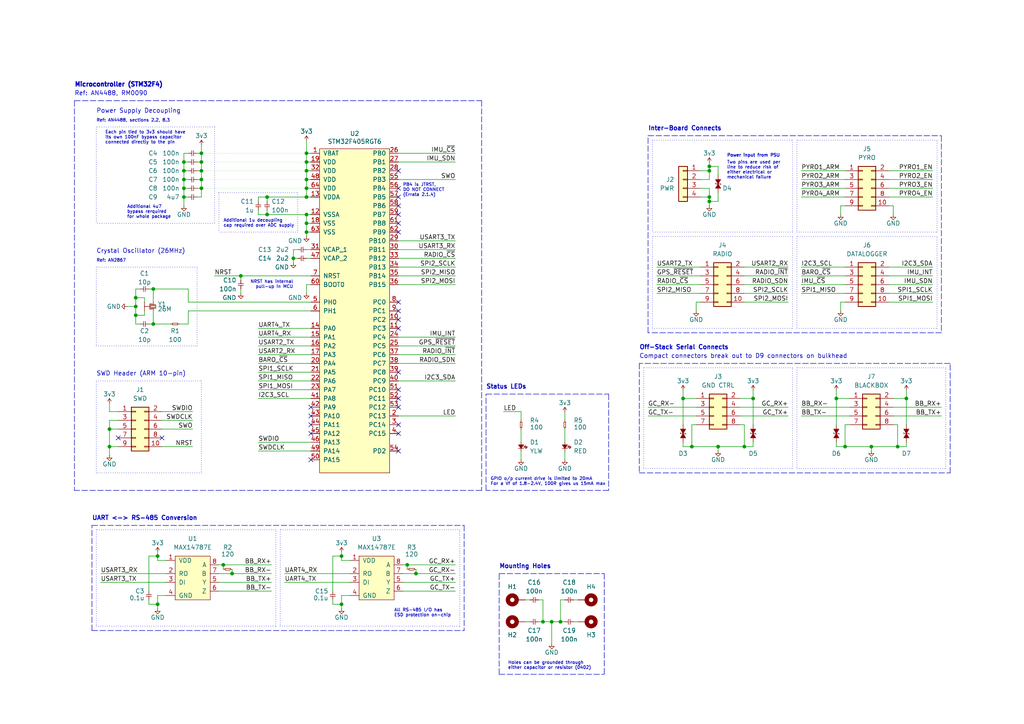
<source format=kicad_sch>
(kicad_sch (version 20211123) (generator eeschema)
  (paper "A4")
  (title_block (title "PROJECT STRIX: MCU board") (date "2022-09-03") (rev "1.3.3") (company "Cambridge University Spaceflight") (comment 1 "Drawn by H. Franks") (comment 3 "Interconnects break off to other peripheral boards from either edge.") (comment 4 "This board contains only the main microcontroller unit (MCU)."))
  (junction (at 39.37 86.36))
  (junction (at 245.11 129.54))
  (junction (at 88.9 44.45))
  (junction (at 208.28 129.54))
  (junction (at 31.75 124.46))
  (junction (at 205.74 48.26))
  (junction (at 162.56 180.34))
  (junction (at 53.34 57.15))
  (junction (at 58.42 49.53))
  (junction (at 120.65 166.37))
  (junction (at 77.47 57.15))
  (junction (at 45.72 161.29))
  (junction (at 99.06 161.29))
  (junction (at 260.35 129.54))
  (junction (at 44.45 83.82))
  (junction (at 53.34 46.99))
  (junction (at 85.09 74.93))
  (junction (at 45.72 175.26))
  (junction (at 77.47 62.23))
  (junction (at 58.42 44.45))
  (junction (at 198.12 115.57))
  (junction (at 88.9 52.07))
  (junction (at 58.42 52.07))
  (junction (at 218.44 115.57))
  (junction (at 88.9 54.61))
  (junction (at 69.85 80.01))
  (junction (at 88.9 62.23))
  (junction (at 39.37 91.44))
  (junction (at 64.77 163.83))
  (junction (at 215.9 129.54))
  (junction (at 118.11 163.83))
  (junction (at 99.06 175.26))
  (junction (at 262.89 115.57))
  (junction (at 53.34 52.07))
  (junction (at 39.37 88.9))
  (junction (at 205.74 57.15))
  (junction (at 242.57 115.57))
  (junction (at 88.9 64.77))
  (junction (at 88.9 57.15))
  (junction (at 88.9 67.31))
  (junction (at 205.74 49.53))
  (junction (at 200.66 129.54))
  (junction (at 53.34 49.53))
  (junction (at 88.9 46.99))
  (junction (at 205.74 58.42))
  (junction (at 160.02 180.34))
  (junction (at 58.42 46.99))
  (junction (at 53.34 54.61))
  (junction (at 252.73 129.54))
  (junction (at 67.31 166.37))
  (junction (at 58.42 54.61))
  (junction (at 44.45 93.98))
  (junction (at 31.75 129.54))
  (junction (at 157.48 180.34))
  (junction (at 88.9 49.53))
  (no_connect (at 115.57 107.95))
  (no_connect (at 115.57 130.81))
  (no_connect (at 115.57 54.61))
  (no_connect (at 115.57 87.63))
  (no_connect (at 115.57 49.53))
  (no_connect (at 115.57 90.17))
  (no_connect (at 115.57 118.11))
  (no_connect (at 115.57 115.57))
  (no_connect (at 115.57 113.03))
  (no_connect (at 90.17 133.35))
  (no_connect (at 115.57 67.31))
  (no_connect (at 115.57 57.15))
  (no_connect (at 34.29 127))
  (no_connect (at 115.57 123.19))
  (no_connect (at 115.57 125.73))
  (no_connect (at 115.57 95.25))
  (no_connect (at 115.57 92.71))
  (no_connect (at 90.17 120.65))
  (no_connect (at 46.99 127))
  (no_connect (at 115.57 62.23))
  (no_connect (at 115.57 59.69))
  (no_connect (at 115.57 64.77))
  (no_connect (at 90.17 118.11))
  (no_connect (at 90.17 123.19))
  (no_connect (at 90.17 125.73))
  (wire (pts (xy 120.65 166.37) (xy 132.08 166.37)))
  (wire (pts (xy 245.11 123.19) (xy 245.11 129.54)))
  (wire (pts (xy 52.07 93.98) (xy 54.61 93.98)))
  (wire (pts (xy 34.29 119.38) (xy 31.75 119.38)))
  (polyline (pts (xy 21.59 29.21) (xy 139.7 29.21)))
  (polyline (pts (xy 58.42 54.61) (xy 88.9 54.61)) (stroke (width 0.1) (type dot) (color 0 194 0 1)))
  (wire (pts (xy 151.13 130.81) (xy 151.13 133.35)))
  (wire (pts (xy 260.35 123.19) (xy 260.35 129.54)))
  (wire (pts (xy 85.09 74.93) (xy 85.09 76.2)))
  (wire (pts (xy 198.12 129.54) (xy 200.66 129.54)))
  (wire (pts (xy 53.34 46.99) (xy 54.61 46.99)))
  (wire (pts (xy 53.34 57.15) (xy 53.34 59.69)))
  (polyline (pts (xy 62.23 64.77) (xy 27.94 64.77)) (stroke (width 0) (type dot)))
  (wire (pts (xy 77.47 62.23) (xy 88.9 62.23)))
  (polyline (pts (xy 231.14 67.31) (xy 271.78 67.31)) (stroke (width 0) (type dot)))
  (wire (pts (xy 88.9 64.77) (xy 88.9 67.31)))
  (wire (pts (xy 48.26 168.91) (xy 29.2101 168.9101)))
  (polyline (pts (xy 186.69 106.68) (xy 186.69 135.89)) (stroke (width 0) (type dot)))
  (polyline (pts (xy 63.5 55.88) (xy 86.36 55.88)) (stroke (width 0) (type dot)))
  (wire (pts (xy 156.21 180.34) (xy 157.48 180.34)))
  (polyline (pts (xy 176.53 114.3) (xy 176.53 142.24)))
  (polyline (pts (xy 62.23 36.83) (xy 27.94 36.83)) (stroke (width 0) (type dot)))
  (wire (pts (xy 215.9 123.19) (xy 215.9 129.54)))
  (wire (pts (xy 190.5 85.09) (xy 203.2 85.09)))
  (wire (pts (xy 259.08 120.65) (xy 273.05 120.65)))
  (wire (pts (xy 146.05 119.38) (xy 151.13 119.38)))
  (wire (pts (xy 67.31 166.37) (xy 78.74 166.37)))
  (wire (pts (xy 257.81 54.61) (xy 270.51 54.61)))
  (wire (pts (xy 115.57 120.65) (xy 132.08 120.65)))
  (wire (pts (xy 34.29 121.92) (xy 31.75 121.92)))
  (wire (pts (xy 43.18 93.98) (xy 44.45 93.98)))
  (polyline (pts (xy 58.42 52.07) (xy 88.9 52.07)) (stroke (width 0.1) (type dot) (color 0 194 0 1)))
  (wire (pts (xy 257.81 77.47) (xy 270.51 77.47)))
  (wire (pts (xy 63.5 171.45) (xy 78.74 171.45)))
  (wire (pts (xy 205.74 57.15) (xy 205.74 58.42)))
  (wire (pts (xy 41.91 86.36) (xy 39.37 86.36)))
  (polyline (pts (xy 271.78 95.25) (xy 271.78 68.58)) (stroke (width 0) (type dot)))
  (wire (pts (xy 64.77 163.83) (xy 64.77 165.1)))
  (wire (pts (xy 88.9 62.23) (xy 88.9 64.77)))
  (wire (pts (xy 53.34 54.61) (xy 53.34 52.07)))
  (polyline (pts (xy 229.87 135.89) (xy 229.87 106.68)) (stroke (width 0) (type dot)))
  (wire (pts (xy 118.11 163.83) (xy 132.08 163.83)))
  (wire (pts (xy 88.9 72.39) (xy 90.17 72.39)))
  (wire (pts (xy 88.9 44.45) (xy 88.9 46.99)))
  (wire (pts (xy 232.41 57.15) (xy 245.11 57.15)))
  (polyline (pts (xy 231.14 95.25) (xy 271.78 95.25)) (stroke (width 0) (type dot)))
  (wire (pts (xy 82.5501 166.3701) (xy 101.6 166.37)))
  (wire (pts (xy 243.84 59.69) (xy 245.11 59.69)))
  (wire (pts (xy 198.12 113.03) (xy 198.12 115.57)))
  (wire (pts (xy 88.9 52.07) (xy 90.17 52.07)))
  (wire (pts (xy 58.42 54.61) (xy 58.42 57.15)))
  (wire (pts (xy 57.15 57.15) (xy 58.42 57.15)))
  (wire (pts (xy 162.56 173.99) (xy 163.83 173.99)))
  (wire (pts (xy 45.72 172.72) (xy 45.72 175.26)))
  (wire (pts (xy 208.28 129.54) (xy 208.28 130.81)))
  (polyline (pts (xy 26.67 182.88) (xy 26.67 152.4)))
  (wire (pts (xy 232.41 80.01) (xy 245.11 80.01)))
  (wire (pts (xy 205.74 58.42) (xy 205.74 59.69)))
  (polyline (pts (xy 26.67 182.88) (xy 134.62 182.88)))
  (wire (pts (xy 262.89 128.27) (xy 262.89 129.54)))
  (wire (pts (xy 85.09 72.39) (xy 86.36 72.39)))
  (wire (pts (xy 215.9 129.54) (xy 218.44 129.54)))
  (wire (pts (xy 243.84 62.23) (xy 243.84 59.69)))
  (wire (pts (xy 57.15 52.07) (xy 58.42 52.07)))
  (wire (pts (xy 53.34 49.53) (xy 54.61 49.53)))
  (wire (pts (xy 166.37 173.99) (xy 167.64 173.99)))
  (polyline (pts (xy 27.94 181.61) (xy 80.01 181.61)) (stroke (width 0) (type dot)))
  (polyline (pts (xy 58.42 137.16) (xy 27.94 137.16)) (stroke (width 0) (type dot)))
  (wire (pts (xy 214.63 118.11) (xy 228.6 118.11)))
  (wire (pts (xy 58.42 46.99) (xy 58.42 49.53)))
  (wire (pts (xy 74.93 128.27) (xy 90.17 128.27)))
  (wire (pts (xy 57.15 49.53) (xy 58.42 49.53)))
  (wire (pts (xy 115.57 52.07) (xy 132.08 52.07)))
  (wire (pts (xy 39.37 83.82) (xy 40.64 83.82)))
  (wire (pts (xy 88.9 82.55) (xy 90.17 82.55)))
  (wire (pts (xy 57.15 44.45) (xy 58.42 44.45)))
  (wire (pts (xy 46.99 121.92) (xy 55.88 121.92)))
  (polyline (pts (xy 63.5 55.88) (xy 63.5 67.31)) (stroke (width 0) (type dot)))
  (wire (pts (xy 74.93 97.79) (xy 90.17 97.79)))
  (polyline (pts (xy 175.26 166.37) (xy 175.26 195.58)))
  (wire (pts (xy 262.89 113.03) (xy 262.89 115.57)))
  (wire (pts (xy 74.93 57.15) (xy 74.93 58.42)))
  (wire (pts (xy 90.17 105.41) (xy 74.93 105.41)))
  (wire (pts (xy 29.2101 166.3701) (xy 48.26 166.37)))
  (polyline (pts (xy 81.28 181.61) (xy 133.35 181.61)) (stroke (width 0) (type dot)))
  (wire (pts (xy 115.57 46.99) (xy 132.08 46.99)))
  (polyline (pts (xy 21.59 29.21) (xy 21.59 142.24)))
  (wire (pts (xy 132.08 100.33) (xy 115.57 100.33)))
  (wire (pts (xy 96.52 175.26) (xy 99.06 175.26)))
  (wire (pts (xy 34.29 129.54) (xy 31.75 129.54)))
  (wire (pts (xy 270.51 82.55) (xy 257.81 82.55)))
  (polyline (pts (xy 273.05 96.52) (xy 187.96 96.52)))
  (wire (pts (xy 162.56 180.34) (xy 163.83 180.34)))
  (polyline (pts (xy 144.78 195.58) (xy 144.78 166.37)))
  (wire (pts (xy 88.9 46.99) (xy 88.9 49.53)))
  (wire (pts (xy 99.06 176.53) (xy 99.06 175.26)))
  (wire (pts (xy 257.81 85.09) (xy 270.51 85.09)))
  (wire (pts (xy 218.44 115.57) (xy 218.44 123.19)))
  (wire (pts (xy 63.5 163.83) (xy 64.77 163.83)))
  (polyline (pts (xy 273.05 39.37) (xy 273.05 96.52)))
  (wire (pts (xy 228.6 85.09) (xy 215.9 85.09)))
  (polyline (pts (xy 229.87 106.68) (xy 186.69 106.68)) (stroke (width 0) (type dot)))
  (wire (pts (xy 99.06 161.29) (xy 99.06 160.02)))
  (wire (pts (xy 64.77 163.83) (xy 78.74 163.83)))
  (wire (pts (xy 115.57 82.55) (xy 132.08 82.55)))
  (wire (pts (xy 116.84 171.45) (xy 132.08 171.45)))
  (polyline (pts (xy 134.62 152.4) (xy 134.62 182.88)))
  (wire (pts (xy 262.89 115.57) (xy 262.89 123.19)))
  (wire (pts (xy 39.37 93.98) (xy 40.64 93.98)))
  (wire (pts (xy 41.91 86.36) (xy 41.91 87.63)))
  (wire (pts (xy 39.37 91.44) (xy 41.91 91.44)))
  (wire (pts (xy 74.93 107.95) (xy 90.17 107.95)))
  (polyline (pts (xy 229.87 68.58) (xy 189.23 68.58)) (stroke (width 0) (type dot)))
  (wire (pts (xy 115.57 102.87) (xy 132.08 102.87)))
  (wire (pts (xy 88.9 67.31) (xy 88.9 68.58)))
  (wire (pts (xy 53.34 52.07) (xy 54.61 52.07)))
  (polyline (pts (xy 58.42 46.99) (xy 88.9 46.99)) (stroke (width 0.1) (type dot) (color 0 194 0 1)))
  (wire (pts (xy 115.57 110.49) (xy 132.08 110.49)))
  (polyline (pts (xy 271.78 68.58) (xy 231.14 68.58)) (stroke (width 0) (type dot)))
  (polyline (pts (xy 27.94 137.16) (xy 27.94 110.49)) (stroke (width 0) (type dot)))
  (wire (pts (xy 54.61 90.17) (xy 90.17 90.17)))
  (wire (pts (xy 151.13 119.38) (xy 151.13 121.92)))
  (wire (pts (xy 85.09 74.93) (xy 85.09 72.39)))
  (wire (pts (xy 260.35 129.54) (xy 262.89 129.54)))
  (wire (pts (xy 198.12 123.19) (xy 198.12 115.57)))
  (wire (pts (xy 74.93 110.49) (xy 90.17 110.49)))
  (wire (pts (xy 187.96 118.11) (xy 201.93 118.11)))
  (polyline (pts (xy 186.69 135.89) (xy 229.87 135.89)) (stroke (width 0) (type dot)))
  (wire (pts (xy 156.21 173.99) (xy 157.48 173.99)))
  (wire (pts (xy 245.11 85.09) (xy 232.41 85.09)))
  (wire (pts (xy 205.74 57.15) (xy 203.2 57.15)))
  (wire (pts (xy 48.26 162.56) (xy 45.72 162.56)))
  (wire (pts (xy 151.13 124.46) (xy 151.13 128.27)))
  (polyline (pts (xy 27.94 36.83) (xy 27.94 64.77)) (stroke (width 0) (type dot)))
  (polyline (pts (xy 57.15 100.33) (xy 57.15 77.47)) (stroke (width 0) (type dot)))
  (wire (pts (xy 259.08 62.23) (xy 259.08 59.69)))
  (wire (pts (xy 53.34 54.61) (xy 54.61 54.61)))
  (wire (pts (xy 208.28 58.42) (xy 205.74 58.42)))
  (polyline (pts (xy 185.42 137.16) (xy 275.59 137.16)))
  (wire (pts (xy 232.41 118.11) (xy 246.38 118.11)))
  (wire (pts (xy 132.08 44.45) (xy 115.57 44.45)))
  (wire (pts (xy 41.91 91.44) (xy 41.91 90.17)))
  (wire (pts (xy 257.81 57.15) (xy 270.51 57.15)))
  (polyline (pts (xy 27.94 110.49) (xy 58.42 110.49)) (stroke (width 0) (type dot)))
  (wire (pts (xy 88.9 40.64) (xy 88.9 44.45)))
  (wire (pts (xy 69.85 80.01) (xy 90.17 80.01)))
  (wire (pts (xy 203.2 54.61) (xy 205.74 54.61)))
  (wire (pts (xy 74.93 113.03) (xy 90.17 113.03)))
  (wire (pts (xy 69.85 83.82) (xy 69.85 85.09)))
  (wire (pts (xy 132.08 105.41) (xy 115.57 105.41)))
  (wire (pts (xy 58.42 49.53) (xy 58.42 52.07)))
  (wire (pts (xy 208.28 50.8) (xy 208.28 48.26)))
  (polyline (pts (xy 231.14 40.64) (xy 231.14 67.31)) (stroke (width 0) (type dot)))
  (wire (pts (xy 88.9 44.45) (xy 90.17 44.45)))
  (wire (pts (xy 208.28 129.54) (xy 215.9 129.54)))
  (wire (pts (xy 54.61 87.63) (xy 90.17 87.63)))
  (wire (pts (xy 43.18 161.29) (xy 45.72 161.29)))
  (wire (pts (xy 53.34 52.07) (xy 53.34 49.53)))
  (wire (pts (xy 77.47 60.96) (xy 77.47 62.23)))
  (wire (pts (xy 53.34 57.15) (xy 54.61 57.15)))
  (wire (pts (xy 120.65 165.1) (xy 120.65 166.37)))
  (wire (pts (xy 208.28 48.26) (xy 205.74 48.26)))
  (wire (pts (xy 259.08 123.19) (xy 260.35 123.19)))
  (wire (pts (xy 190.5 77.47) (xy 203.2 77.47)))
  (polyline (pts (xy 62.23 36.83) (xy 62.23 64.77)) (stroke (width 0) (type dot)))
  (wire (pts (xy 58.42 44.45) (xy 58.42 46.99)))
  (wire (pts (xy 118.11 163.83) (xy 118.11 165.1)))
  (polyline (pts (xy 275.59 137.16) (xy 275.59 105.41)))
  (wire (pts (xy 90.17 100.33) (xy 74.93 100.33)))
  (wire (pts (xy 259.08 59.69) (xy 257.81 59.69)))
  (wire (pts (xy 74.93 115.57) (xy 90.17 115.57)))
  (wire (pts (xy 39.37 88.9) (xy 39.37 91.44)))
  (polyline (pts (xy 133.35 181.61) (xy 133.35 153.67)) (stroke (width 0) (type dot)))
  (wire (pts (xy 96.52 171.45) (xy 96.52 161.29)))
  (polyline (pts (xy 27.94 100.33) (xy 57.15 100.33)) (stroke (width 0) (type dot)))
  (wire (pts (xy 157.48 173.99) (xy 157.48 180.34)))
  (wire (pts (xy 232.41 120.65) (xy 246.38 120.65)))
  (wire (pts (xy 242.57 128.27) (xy 242.57 129.54)))
  (wire (pts (xy 200.66 129.54) (xy 208.28 129.54)))
  (polyline (pts (xy 140.97 114.3) (xy 176.53 114.3)))
  (wire (pts (xy 101.6 162.56) (xy 99.06 162.56)))
  (polyline (pts (xy 86.36 55.88) (xy 86.36 67.31)) (stroke (width 0) (type dot)))
  (polyline (pts (xy 58.42 49.53) (xy 88.9 49.53)) (stroke (width 0.1) (type dot) (color 0 194 0 1)))
  (wire (pts (xy 163.83 124.46) (xy 163.83 128.27)))
  (wire (pts (xy 46.99 129.54) (xy 55.88 129.54)))
  (wire (pts (xy 198.12 115.57) (xy 201.93 115.57)))
  (polyline (pts (xy 140.97 142.24) (xy 140.97 114.3)))
  (wire (pts (xy 88.9 52.07) (xy 88.9 54.61)))
  (polyline (pts (xy 274.32 135.89) (xy 274.32 106.68)) (stroke (width 0) (type dot)))
  (wire (pts (xy 214.63 115.57) (xy 218.44 115.57)))
  (wire (pts (xy 214.63 123.19) (xy 215.9 123.19)))
  (wire (pts (xy 57.15 46.99) (xy 58.42 46.99)))
  (wire (pts (xy 43.18 173.99) (xy 43.18 175.26)))
  (polyline (pts (xy 26.67 152.4) (xy 134.62 152.4)))
  (polyline (pts (xy 271.78 67.31) (xy 271.78 40.64)) (stroke (width 0) (type dot)))
  (wire (pts (xy 163.83 130.81) (xy 163.83 133.35)))
  (wire (pts (xy 99.06 172.72) (xy 101.6 172.72)))
  (wire (pts (xy 31.75 124.46) (xy 31.75 129.54)))
  (wire (pts (xy 57.15 54.61) (xy 58.42 54.61)))
  (wire (pts (xy 54.61 93.98) (xy 54.61 90.17)))
  (wire (pts (xy 44.45 93.98) (xy 49.53 93.98)))
  (polyline (pts (xy 57.15 77.47) (xy 27.94 77.47)) (stroke (width 0) (type dot)))
  (wire (pts (xy 218.44 113.03) (xy 218.44 115.57)))
  (wire (pts (xy 45.72 161.29) (xy 45.72 160.02)))
  (wire (pts (xy 205.74 49.53) (xy 203.2 49.53)))
  (wire (pts (xy 152.4 180.34) (xy 153.67 180.34)))
  (wire (pts (xy 39.37 91.44) (xy 39.37 93.98)))
  (polyline (pts (xy 231.14 68.58) (xy 231.14 95.25)) (stroke (width 0) (type dot)))
  (wire (pts (xy 77.47 57.15) (xy 88.9 57.15)))
  (polyline (pts (xy 229.87 67.31) (xy 189.23 67.31)) (stroke (width 0) (type dot)))
  (wire (pts (xy 36.83 88.9) (xy 39.37 88.9)))
  (wire (pts (xy 44.45 83.82) (xy 54.61 83.82)))
  (wire (pts (xy 160.02 180.34) (xy 162.56 180.34)))
  (wire (pts (xy 74.93 102.87) (xy 90.17 102.87)))
  (wire (pts (xy 243.84 87.63) (xy 245.11 87.63)))
  (wire (pts (xy 62.23 80.01) (xy 69.85 80.01)))
  (wire (pts (xy 157.48 180.34) (xy 160.02 180.34)))
  (polyline (pts (xy 144.78 195.58) (xy 175.26 195.58)))
  (wire (pts (xy 203.2 52.07) (xy 205.74 52.07)))
  (wire (pts (xy 46.99 124.46) (xy 55.88 124.46)))
  (wire (pts (xy 88.9 49.53) (xy 88.9 52.07)))
  (wire (pts (xy 88.9 74.93) (xy 90.17 74.93)))
  (wire (pts (xy 201.93 87.63) (xy 203.2 87.63)))
  (wire (pts (xy 162.56 173.99) (xy 162.56 180.34)))
  (wire (pts (xy 245.11 129.54) (xy 252.73 129.54)))
  (wire (pts (xy 67.31 165.1) (xy 67.31 166.37)))
  (wire (pts (xy 243.84 87.63) (xy 243.84 90.17)))
  (polyline (pts (xy 185.42 105.41) (xy 185.42 137.16)))
  (wire (pts (xy 218.44 128.27) (xy 218.44 129.54)))
  (wire (pts (xy 31.75 124.46) (xy 34.29 124.46)))
  (polyline (pts (xy 176.53 142.24) (xy 140.97 142.24)))
  (polyline (pts (xy 189.23 95.25) (xy 229.87 95.25)) (stroke (width 0) (type dot)))
  (wire (pts (xy 58.42 52.07) (xy 58.42 54.61)))
  (wire (pts (xy 187.96 120.65) (xy 201.93 120.65)))
  (wire (pts (xy 88.9 54.61) (xy 90.17 54.61)))
  (wire (pts (xy 46.99 119.38) (xy 55.88 119.38)))
  (polyline (pts (xy 139.7 142.24) (xy 21.59 142.24)))
  (polyline (pts (xy 27.94 153.67) (xy 27.94 181.61)) (stroke (width 0) (type dot)))
  (wire (pts (xy 198.12 128.27) (xy 198.12 129.54)))
  (wire (pts (xy 116.84 166.37) (xy 120.65 166.37)))
  (wire (pts (xy 96.52 161.29) (xy 99.06 161.29)))
  (wire (pts (xy 228.6 87.63) (xy 215.9 87.63)))
  (wire (pts (xy 246.38 123.19) (xy 245.11 123.19)))
  (polyline (pts (xy 189.23 40.64) (xy 189.23 67.31)) (stroke (width 0) (type dot)))
  (polyline (pts (xy 271.78 40.64) (xy 231.14 40.64)) (stroke (width 0) (type dot)))
  (wire (pts (xy 45.72 161.29) (xy 45.72 162.56)))
  (wire (pts (xy 90.17 64.77) (xy 88.9 64.77)))
  (polyline (pts (xy 229.87 40.64) (xy 229.87 67.31)) (stroke (width 0) (type dot)))
  (polyline (pts (xy 80.01 153.67) (xy 27.94 153.67)) (stroke (width 0) (type dot)))
  (wire (pts (xy 31.75 121.92) (xy 31.75 124.46)))
  (wire (pts (xy 99.06 162.56) (xy 99.06 161.29)))
  (wire (pts (xy 190.5 82.55) (xy 203.2 82.55)))
  (polyline (pts (xy 58.42 44.45) (xy 88.9 44.45)) (stroke (width 0.1) (type dot) (color 0 194 0 1)))
  (wire (pts (xy 257.81 87.63) (xy 270.51 87.63)))
  (wire (pts (xy 201.93 123.19) (xy 200.66 123.19)))
  (polyline (pts (xy 139.7 29.21) (xy 139.7 142.24)))
  (polyline (pts (xy 274.32 106.68) (xy 231.14 106.68)) (stroke (width 0) (type dot)))
  (wire (pts (xy 53.34 57.15) (xy 53.34 54.61)))
  (polyline (pts (xy 187.96 96.52) (xy 187.96 39.37)))
  (wire (pts (xy 228.6 77.47) (xy 215.9 77.47)))
  (wire (pts (xy 152.4 173.99) (xy 153.67 173.99)))
  (wire (pts (xy 90.17 95.25) (xy 74.93 95.25)))
  (polyline (pts (xy 86.36 67.31) (xy 63.5 67.31)) (stroke (width 0) (type dot)))
  (wire (pts (xy 74.93 130.81) (xy 90.17 130.81)))
  (wire (pts (xy 63.5 166.37) (xy 67.31 166.37)))
  (wire (pts (xy 232.41 82.55) (xy 245.11 82.55)))
  (polyline (pts (xy 275.59 105.41) (xy 185.42 105.41)))
  (wire (pts (xy 53.34 44.45) (xy 54.61 44.45)))
  (wire (pts (xy 77.47 57.15) (xy 77.47 58.42)))
  (polyline (pts (xy 189.23 68.58) (xy 189.23 95.25)) (stroke (width 0) (type dot)))
  (wire (pts (xy 232.41 54.61) (xy 245.11 54.61)))
  (wire (pts (xy 115.57 80.01) (xy 132.08 80.01)))
  (wire (pts (xy 44.45 90.17) (xy 44.45 93.98)))
  (wire (pts (xy 88.9 46.99) (xy 90.17 46.99)))
  (wire (pts (xy 242.57 123.19) (xy 242.57 115.57)))
  (wire (pts (xy 88.9 54.61) (xy 88.9 57.15)))
  (wire (pts (xy 115.57 77.47) (xy 132.08 77.47)))
  (wire (pts (xy 270.51 80.01) (xy 257.81 80.01)))
  (wire (pts (xy 101.6 168.91) (xy 82.5501 168.9101)))
  (wire (pts (xy 200.66 123.19) (xy 200.66 129.54)))
  (polyline (pts (xy 229.87 95.25) (xy 229.87 68.58)) (stroke (width 0) (type dot)))
  (wire (pts (xy 190.5 80.01) (xy 203.2 80.01)))
  (wire (pts (xy 44.45 83.82) (xy 44.45 87.63)))
  (wire (pts (xy 88.9 49.53) (xy 90.17 49.53)))
  (wire (pts (xy 90.17 67.31) (xy 88.9 67.31)))
  (wire (pts (xy 45.72 175.26) (xy 45.72 176.53)))
  (wire (pts (xy 99.06 172.72) (xy 99.06 175.26)))
  (wire (pts (xy 39.37 83.82) (xy 39.37 86.36)))
  (wire (pts (xy 160.02 186.69) (xy 160.02 180.34)))
  (wire (pts (xy 232.41 52.07) (xy 245.11 52.07)))
  (wire (pts (xy 232.41 49.53) (xy 245.11 49.53)))
  (wire (pts (xy 228.6 82.55) (xy 215.9 82.55)))
  (wire (pts (xy 31.75 116.84) (xy 31.75 119.38)))
  (wire (pts (xy 205.74 54.61) (xy 205.74 57.15)))
  (wire (pts (xy 88.9 82.55) (xy 88.9 85.09)))
  (wire (pts (xy 45.72 172.72) (xy 48.26 172.72)))
  (wire (pts (xy 205.74 48.26) (xy 205.74 49.53)))
  (wire (pts (xy 63.5 168.91) (xy 78.74 168.91)))
  (polyline (pts (xy 144.78 166.37) (xy 175.26 166.37)))
  (wire (pts (xy 214.63 120.65) (xy 228.6 120.65)))
  (polyline (pts (xy 27.94 77.47) (xy 27.94 100.33)) (stroke (width 0) (type dot)))
  (polyline (pts (xy 231.14 106.68) (xy 231.14 135.89)) (stroke (width 0) (type dot)))
  (wire (pts (xy 115.57 97.79) (xy 132.08 97.79)))
  (wire (pts (xy 53.34 46.99) (xy 53.34 44.45)))
  (wire (pts (xy 252.73 129.54) (xy 260.35 129.54)))
  (wire (pts (xy 242.57 115.57) (xy 246.38 115.57)))
  (wire (pts (xy 116.84 168.91) (xy 132.08 168.91)))
  (wire (pts (xy 242.57 113.03) (xy 242.57 115.57)))
  (wire (pts (xy 88.9 57.15) (xy 90.17 57.15)))
  (wire (pts (xy 69.85 80.01) (xy 69.85 81.28)))
  (wire (pts (xy 228.6 80.01) (xy 215.9 80.01)))
  (wire (pts (xy 257.81 49.53) (xy 270.51 49.53)))
  (wire (pts (xy 53.34 49.53) (xy 53.34 46.99)))
  (wire (pts (xy 86.36 74.93) (xy 85.09 74.93)))
  (wire (pts (xy 74.93 62.23) (xy 77.47 62.23)))
  (wire (pts (xy 43.18 83.82) (xy 44.45 83.82)))
  (wire (pts (xy 115.57 69.85) (xy 132.08 69.85)))
  (wire (pts (xy 43.18 175.26) (xy 45.72 175.26)))
  (wire (pts (xy 115.57 72.39) (xy 132.08 72.39)))
  (wire (pts (xy 208.28 55.88) (xy 208.28 58.42)))
  (wire (pts (xy 31.75 129.54) (xy 31.75 132.08)))
  (wire (pts (xy 270.51 52.07) (xy 257.81 52.07)))
  (wire (pts (xy 242.57 129.54) (xy 245.11 129.54)))
  (wire (pts (xy 163.83 119.38) (xy 163.83 121.92)))
  (wire (pts (xy 43.18 171.45) (xy 43.18 161.29)))
  (wire (pts (xy 74.93 62.23) (xy 74.93 60.96)))
  (wire (pts (xy 259.08 118.11) (xy 273.05 118.11)))
  (polyline (pts (xy 58.42 110.49) (xy 58.42 137.16)) (stroke (width 0) (type dot)))
  (wire (pts (xy 252.73 129.54) (xy 252.73 130.81)))
  (wire (pts (xy 39.37 86.36) (xy 39.37 88.9)))
  (wire (pts (xy 115.57 74.93) (xy 132.08 74.93)))
  (wire (pts (xy 201.93 87.63) (xy 201.93 90.17)))
  (wire (pts (xy 58.42 41.91) (xy 58.42 44.45)))
  (polyline (pts (xy 81.28 153.67) (xy 81.28 181.61)) (stroke (width 0) (type dot)))
  (wire (pts (xy 205.74 49.53) (xy 205.74 52.07)))
  (polyline (pts (xy 133.35 153.67) (xy 81.28 153.67)) (stroke (width 0) (type dot)))
  (polyline (pts (xy 187.96 39.37) (xy 273.05 39.37)))
  (wire (pts (xy 74.93 57.15) (xy 77.47 57.15)))
  (wire (pts (xy 166.37 180.34) (xy 167.64 180.34)))
  (polyline (pts (xy 231.14 135.89) (xy 274.32 135.89)) (stroke (width 0) (type dot)))
  (polyline (pts (xy 80.01 181.61) (xy 80.01 153.67)) (stroke (width 0) (type dot)))
  (wire (pts (xy 54.61 83.82) (xy 54.61 87.63)))
  (wire (pts (xy 116.84 163.83) (xy 118.11 163.83)))
  (wire (pts (xy 205.74 46.99) (xy 205.74 48.26)))
  (wire (pts (xy 259.08 115.57) (xy 262.89 115.57)))
  (polyline (pts (xy 189.23 40.64) (xy 229.87 40.64)) (stroke (width 0) (type dot)))
  (wire (pts (xy 96.52 173.99) (xy 96.52 175.26)))
  (wire (pts (xy 245.11 77.47) (xy 232.41 77.47)))
  (wire (pts (xy 88.9 62.23) (xy 90.17 62.23)))
  (text "Ref: AN4488, sections 2.2, 8.3" (at 27.94 35.56 0) (effects (font (size 0.9 0.9)) (justify left bottom)))
  (text "GPIO o/p current drive is limited to 20mA\nFor a Vf of 1.8-2.4V, 100R gives us 15mA max" (at 142.24 140.97 0) (effects (font (size 0.9 0.9)) (justify left bottom)))
  (text "Holes can be grounded through\neither capacitor or resistor (0402)" (at 147.32 194.31 0) (effects (font (size 0.9 0.9)) (justify left bottom)))
  (text "Ref: AN4488, RM0090" (at 21.59 27.94 0) (effects (font (size 1.27 1.27)) (justify left bottom)))
  (text "Each pin tied to 3v3 should have\nits own 100nF bypass capacitor\nconnected directly to the pin" (at 30.48 41.91 0) (effects (font (size 0.9 0.9)) (justify left bottom)))
  (text "Off-Stack Serial Connects" (at 185.42 101.6 0) (effects (font (size 1.27 1.27) (thickness 0.254) bold) (justify left bottom)))
  (text "SWD Header (ARM 10-pin)" (at 27.94 109.22 0) (effects (font (size 1.27 1.27)) (justify left bottom)))
  (text "Additional 4u7\nbypass rerquired\nfor whole package" (at 36.83 63.5 0) (effects (font (size 0.9 0.9)) (justify left bottom)))
  (text "All RS-485 I/O has\nESD protection on-chip" (at 114.3 179.07 0) (effects (font (size 0.9 0.9)) (justify left bottom)))
  (text "Crystal Oscillator (26MHz)" (at 27.94 73.66 0) (effects (font (size 1.27 1.27)) (justify left bottom)))
  (text "Microcontroller (STM32F4)" (at 21.59 25.4 0) (effects (font (size 1.27 1.27) (thickness 0.508) bold) (justify left bottom)))
  (text "Power Supply Decoupling" (at 27.94 33.02 0) (effects (font (size 1.27 1.27)) (justify left bottom)))
  (text "Compact connectors break out to D9 connectors on bulkhead" (at 185.42 104.14 0) (effects (font (size 1.27 1.27)) (justify left bottom)))
  (text "Inter-Board Connects" (at 187.96 38.1 0) (effects (font (size 1.27 1.27) (thickness 0.254) bold) (justify left bottom)))
  (text "Status LEDs" (at 140.97 113.03 0) (effects (font (size 1.27 1.27) (thickness 0.254) bold) (justify left bottom)))
  (text "Mounting Holes" (at 144.78 165.1 0) (effects (font (size 1.27 1.27) (thickness 0.254) bold) (justify left bottom)))
  (text "Two pins are used per\nline to reduce risk of\neither electrical or\nmechanical failure" (at 210.82 52.07 0) (effects (font (size 0.9 0.9)) (justify left bottom)))
  (text "Power input from PSU" (at 210.82 45.72 0) (effects (font (size 0.9 0.9) (thickness 0.18) bold) (justify left bottom)))
  (text "UART <-> RS-485 Conversion" (at 26.67 151.13 0) (effects (font (size 1.27 1.27) (thickness 0.254) bold) (justify left bottom)))
  (text "PB4 is JTRST,\nDO NOT CONNECT\n(Errata 2.1.4)" (at 116.84 57.15 0) (effects (font (size 0.9 0.9)) (justify left bottom)))
  (text "Ref: AN2867" (at 27.94 76.2 0) (effects (font (size 0.9 0.9)) (justify left bottom)))
  (text "Additional 1u decoupling\ncap required over ADC supply" (at 64.77 66.04 0) (effects (font (size 0.9 0.9)) (justify left bottom)))
  (text "NRST has internal\npull-up in MCU" (at 85.09 83.82 180) (effects (font (size 0.9 0.9)) (justify right bottom)))
  (label "RADIO_~{INT}" (at 132.08 102.87 180))
  (label "LED" (at 132.08 120.65 180))
  (label "USART2_RX" (at 74.93 102.87 0))
  (label "PYRO1_EN" (at 270.51 49.53 180))
  (label "NRST" (at 62.23 80.01 0))
  (label "UART4_RX" (at 74.93 97.79 0))
  (label "SWO" (at 132.08 52.07 180))
  (label "IMU_SDN" (at 132.08 46.99 180))
  (label "LED" (at 146.05 119.38 0))
  (label "GC_TX+" (at 228.6 120.65 180))
  (label "PYRO4_ARM" (at 232.41 57.15 0))
  (label "GPS_~{RESET}" (at 132.08 100.33 180))
  (label "GC_RX+" (at 132.08 163.83 180))
  (label "GC_TX+" (at 132.08 168.91 180))
  (label "SPI2_MOSI" (at 228.6 87.63 180))
  (label "SPI2_MISO" (at 132.08 80.01 180))
  (label "BB_RX+" (at 78.74 163.83 180))
  (label "BB_TX-" (at 78.74 171.45 180))
  (label "SPI2_SCLK" (at 132.08 77.47 180))
  (label "PYRO3_EN" (at 270.51 54.61 180))
  (label "IMU_INT" (at 132.08 97.79 180))
  (label "SWDIO" (at 74.93 128.27 0))
  (label "BB_RX+" (at 273.05 118.11 180))
  (label "RADIO_SDN" (at 132.08 105.41 180))
  (label "SPI1_MOSI" (at 270.51 87.63 180))
  (label "UART4_TX" (at 74.93 95.25 0))
  (label "IMU_SDN" (at 270.51 82.55 180))
  (label "USART3_TX" (at 132.08 69.85 180))
  (label "GC_RX-" (at 187.96 118.11 0))
  (label "IMU_INT" (at 270.51 80.01 180))
  (label "SPI1_MISO" (at 74.93 110.49 0))
  (label "USART3_RX" (at 29.2101 166.3701 0))
  (label "PYRO4_EN" (at 270.51 57.15 180))
  (label "GC_RX+" (at 228.6 118.11 180))
  (label "SWDCLK" (at 55.88 121.92 180))
  (label "SWDCLK" (at 74.93 130.81 0))
  (label "GC_TX-" (at 132.08 171.45 180))
  (label "IMU_~{CS}" (at 232.41 82.55 0))
  (label "SPI2_MISO" (at 190.5 85.09 0))
  (label "GC_RX-" (at 132.08 166.37 180))
  (label "SPI1_SCLK" (at 74.93 107.95 0))
  (label "GC_TX-" (at 187.96 120.65 0))
  (label "I2C3_SCL" (at 74.93 115.57 0))
  (label "BB_TX+" (at 78.74 168.91 180))
  (label "SWO" (at 55.88 124.46 180))
  (label "USART2_RX" (at 228.6 77.47 180))
  (label "BB_RX-" (at 78.74 166.37 180))
  (label "RADIO_~{CS}" (at 190.5 82.55 0))
  (label "SPI1_SCLK" (at 270.51 85.09 180))
  (label "USART3_RX" (at 132.08 72.39 180))
  (label "I2C3_SCL" (at 232.41 77.47 0))
  (label "RADIO_SDN" (at 228.6 82.55 180))
  (label "SPI2_SCLK" (at 228.6 85.09 180))
  (label "PYRO2_ARM" (at 232.41 52.07 0))
  (label "RADIO_~{INT}" (at 228.6 80.01 180))
  (label "GPS_~{RESET}" (at 190.5 80.01 0))
  (label "NRST" (at 55.88 129.54 180))
  (label "BB_TX-" (at 232.41 120.65 0))
  (label "PYRO3_ARM" (at 232.41 54.61 0))
  (label "USART2_TX" (at 74.93 100.33 0))
  (label "SPI1_MISO" (at 232.41 85.09 0))
  (label "BB_TX+" (at 273.05 120.65 180))
  (label "PYRO1_ARM" (at 232.41 49.53 0))
  (label "BARO_~{CS}" (at 74.93 105.41 0))
  (label "RADIO_~{CS}" (at 132.08 74.93 180))
  (label "BB_RX-" (at 232.41 118.11 0))
  (label "I2C3_SDA" (at 132.08 110.49 180))
  (label "UART4_RX" (at 82.5501 166.3701 0))
  (label "USART3_TX" (at 29.2101 168.9101 0))
  (label "BARO_~{CS}" (at 232.41 80.01 0))
  (label "USART2_TX" (at 190.5 77.47 0))
  (label "SWDIO" (at 55.88 119.38 180))
  (label "I2C3_SDA" (at 270.51 77.47 180))
  (label "UART4_TX" (at 82.5501 168.9101 0))
  (label "SPI1_MOSI" (at 74.93 113.03 0))
  (label "PYRO2_EN" (at 270.51 52.07 180))
  (label "IMU_~{CS}" (at 132.08 44.45 180))
  (label "SPI2_MOSI" (at 132.08 82.55 180))
  (symbol (lib_id "Strix:GND") (at 243.84 62.23 0) (unit 1)
    (property "Reference" "#PWR026" (effects hide))
    (property "Value" "GND" (at 243.84 64.77 0))
  )
  (symbol (lib_id "Strix:C") (at 54.61 44.45 0) (unit 1)
    (property "Reference" "C4" (at 45.72 44.45 0) (effects (justify right)))
    (property "Value" "100n" (at 52.07 44.45 0) (effects (justify right)))
    (property "Footprint" "Strix:C_0402" (effects hide))
    (property "Farnell" "2496771" (effects hide))
  )
  (symbol (lib_id "Strix:GND") (at 201.93 90.17 0) (unit 1)
    (property "Reference" "#PWR020" (effects hide))
    (property "Value" "GND" (at 201.93 92.71 0))
  )
  (symbol (lib_id "Strix:C") (at 156.21 173.99 180) (unit 1)
    (property "Reference" "C16" (at 154.94 168.91 0))
    (property "Value" "100n" (at 154.94 171.45 0))
    (property "Footprint" "Strix:C_0402" (effects hide))
    (property "Farnell" "2496771" (effects hide))
  )
  (symbol (lib_id "Strix:C") (at 77.47 60.96 270) (mirror x) (unit 1)
    (property "Reference" "C12" (at 78.74 58.42 90) (effects (justify left)))
    (property "Value" "100n" (at 78.74 60.96 90) (effects (justify left)))
    (property "Footprint" "Strix:C_0402" (effects hide))
    (property "Farnell" "2346876" (effects hide))
  )
  (symbol (lib_id "Strix:GND") (at 243.84 90.17 0) (unit 1)
    (property "Reference" "#PWR027" (effects hide))
    (property "Value" "GND" (at 243.84 92.71 0))
  )
  (symbol (lib_id "Strix:D_ESD") (at 262.89 125.73 270) (mirror x) (unit 1)
    (property "Reference" "D7" (at 262.89 130.81 90) (effects (justify bottom)))
    (property "Value" "D_ESD" (effects hide))
    (property "Footprint" "Strix:D_0402" (effects hide))
    (property "Farnell" "2368169" (effects hide))
  )
  (symbol (lib_id "Strix:GND") (at 31.75 132.08 0) (unit 1)
    (property "Reference" "#PWR02" (effects hide))
    (property "Value" "GND" (at 31.75 134.62 0))
  )
  (symbol (lib_id "Strix:Conn_01x04") (at 198.12 52.07 0) (mirror y) (unit 1)
    (property "Reference" "J2" (at 195.58 52.0699 0) (effects (justify left)))
    (property "Value" "PWR" (at 195.58 54.6099 0) (effects (justify left)))
    (property "Footprint" "Strix:Molex_Nano-Fit_105313-1104" (effects hide))
  )
  (symbol (lib_id "Strix:R") (at 64.77 165.1 0) (unit 1)
    (property "Reference" "R2" (at 66.04 158.75 0))
    (property "Value" "120" (at 66.04 160.02 0) (effects (justify top)))
    (property "Footprint" "Strix:R_0402" (effects hide))
    (property "Farnell" "2447103" (effects hide))
  )
  (symbol (lib_id "Strix:R") (at 49.53 93.98 0) (mirror x) (unit 1)
    (property "Reference" "R1" (at 50.8 95.25 0) (effects (justify bottom)))
    (property "Value" "100" (at 50.8 97.79 0) (effects (justify bottom)))
    (property "Footprint" "Strix:R_0402" (effects hide))
    (property "Farnell" "2447095" (effects hide))
  )
  (symbol (lib_id "Strix:3v3") (at 163.83 119.38 0) (unit 1)
    (property "Reference" "#PWR016" (effects hide))
    (property "Value" "3v3" (at 163.83 116.84 0))
  )
  (symbol (lib_id "Strix:LED") (at 163.83 130.81 270) (mirror x) (unit 1)
    (property "Reference" "D2" (at 166.37 128.27 90) (effects (justify left)))
    (property "Value" "RED" (at 166.37 130.81 90) (effects (justify left)))
    (property "Footprint" "Strix:LED_0603" (effects hide))
    (property "Farnell" "3796306" (effects hide))
  )
  (symbol (lib_id "Strix:C") (at 96.52 173.99 270) (mirror x) (unit 1)
    (property "Reference" "C15" (at 95.25 171.45 90) (effects (justify right)))
    (property "Value" "0.1u" (at 95.25 172.72 90) (effects (justify right bottom)))
    (property "Footprint" "Strix:C_0402" (effects hide))
    (property "Farnell" "2346876" (effects hide))
  )
  (symbol (lib_id "Strix:R") (at 151.13 124.46 270) (mirror x) (unit 1)
    (property "Reference" "R4" (at 153.67 121.92 90) (effects (justify left)))
    (property "Value" "100" (at 153.67 123.19 90) (effects (justify left bottom)))
    (property "Footprint" "Strix:R_0402" (effects hide))
    (property "Farnell" "2331443" (effects hide))
  )
  (symbol (lib_id "Strix:C") (at 54.61 54.61 0) (unit 1)
    (property "Reference" "C8" (at 45.72 54.61 0) (effects (justify right)))
    (property "Value" "100n" (at 52.07 54.61 0) (effects (justify right)))
    (property "Footprint" "Strix:C_0402" (effects hide))
    (property "Farnell" "2496771" (effects hide))
  )
  (symbol (lib_id "Strix:GND") (at 88.9 68.58 0) (unit 1)
    (property "Reference" "#PWR011" (effects hide))
    (property "Value" "GND" (at 87.63 69.85 0) (effects (justify right)))
  )
  (symbol (lib_id "Strix:3v3") (at 88.9 40.64 0) (unit 1)
    (property "Reference" "#PWR010" (effects hide))
    (property "Value" "3v3" (at 88.9 38.1 0))
  )
  (symbol (lib_id "Strix:Conn_02x05") (at 250.19 54.61 0) (unit 1)
    (property "Reference" "J5" (at 251.46 43.18 0))
    (property "Value" "PYRO" (at 251.46 45.72 0))
    (property "Footprint" "Strix:Molex_Nano-Fit_105314-1110" (effects hide))
  )
  (symbol (lib_id "Strix:3v3") (at 205.74 46.99 0) (unit 1)
    (property "Reference" "#PWR021" (effects hide))
    (property "Value" "3v3" (at 205.74 44.45 0))
  )
  (symbol (lib_id "Strix:LED") (at 151.13 130.81 270) (mirror x) (unit 1)
    (property "Reference" "D1" (at 153.67 128.27 90) (effects (justify left)))
    (property "Value" "YLW" (at 153.67 130.81 90) (effects (justify left)))
    (property "Footprint" "Strix:LED_0603" (effects hide))
    (property "Farnell" "3796307" (effects hide))
  )
  (symbol (lib_id "Strix:3v3") (at 58.42 41.91 0) (unit 1)
    (property "Reference" "#PWR07" (effects hide))
    (property "Value" "3v3" (at 58.42 39.37 0))
  )
  (symbol (lib_id "Strix:MAX14787E") (at 55.88 167.64 0) (unit 1)
    (property "Reference" "U1" (at 55.88 156.21 0))
    (property "Value" "MAX14787E" (at 55.88 158.75 0))
    (property "Footprint" "Strix:MAX14787E" (effects hide))
    (property "Datasheet" "https://datasheets.maximintegrated.com/en/ds/MAX14784E-MAX14789E.pdf" (effects hide))
    (property "Farnell" "2528531" (effects hide))
  )
  (symbol (lib_id "Strix:GND") (at 53.34 59.69 0) (unit 1)
    (property "Reference" "#PWR06" (effects hide))
    (property "Value" "GND" (at 53.34 62.23 0))
  )
  (symbol (lib_id "Strix:C") (at 166.37 173.99 180) (unit 1)
    (property "Reference" "C18" (at 165.1 168.91 0))
    (property "Value" "100n" (at 165.1 171.45 0))
    (property "Footprint" "Strix:C_0402" (effects hide))
    (property "Farnell" "2496771" (effects hide))
  )
  (symbol (lib_id "Strix:C") (at 69.85 83.82 90) (unit 1)
    (property "Reference" "C10" (at 68.58 81.28 90) (effects (justify left)))
    (property "Value" "100n" (at 68.58 83.82 90) (effects (justify left)))
    (property "Footprint" "Strix:C_0402" (effects hide))
    (property "Farnell" "2496771" (effects hide))
  )
  (symbol (lib_id "Strix:3v3") (at 31.75 116.84 0) (unit 1)
    (property "Reference" "#PWR01" (effects hide))
    (property "Value" "3v3" (at 31.75 114.3 0))
  )
  (symbol (lib_id "Strix:D_ESD") (at 242.57 125.73 270) (mirror x) (unit 1)
    (property "Reference" "D6" (at 242.57 130.81 90) (effects (justify bottom)))
    (property "Value" "D_ESD" (effects hide))
    (property "Footprint" "Strix:D_0402" (effects hide))
    (property "Farnell" "2368169" (effects hide))
  )
  (symbol (lib_id "Strix:C") (at 54.61 57.15 0) (unit 1)
    (property "Reference" "C9" (at 45.72 57.15 0) (effects (justify right)))
    (property "Value" "4u7" (at 52.07 57.15 0) (effects (justify right)))
    (property "Footprint" "Strix:C_0402" (effects hide))
    (property "Farnell" "2496771" (effects hide))
  )
  (symbol (lib_id "Strix:GND") (at 205.74 59.69 0) (unit 1)
    (property "Reference" "#PWR022" (effects hide))
    (property "Value" "GND" (at 205.74 62.23 0))
  )
  (symbol (lib_id "Strix:Conn_02x05") (at 250.19 82.55 0) (unit 1)
    (property "Reference" "J6" (at 251.46 71.12 0))
    (property "Value" "DATALOGGER" (at 251.46 73.66 0))
    (property "Footprint" "Strix:Molex_Nano-Fit_105314-1110" (effects hide))
  )
  (symbol (lib_id "Strix:Xtal") (at 44.45 87.63 270) (unit 1)
    (property "Reference" "Y1" (at 45.72 88.9 90) (effects (justify left bottom)))
    (property "Value" "26M" (at 45.72 88.9 90) (effects (justify left top)))
    (property "Footprint" "Strix:Xtal_SMD_2016" (effects hide))
    (property "Farnell" "2506952" (effects hide))
  )
  (symbol (lib_id "Strix:C") (at 54.61 49.53 0) (unit 1)
    (property "Reference" "C6" (at 45.72 49.53 0) (effects (justify right)))
    (property "Value" "100n" (at 52.07 49.53 0) (effects (justify right)))
    (property "Footprint" "Strix:C_0402" (effects hide))
    (property "Farnell" "2496771" (effects hide))
  )
  (symbol (lib_id "Strix:3v3") (at 198.12 113.03 0) (unit 1)
    (property "Reference" "#PWR019" (effects hide))
    (property "Value" "3v3" (at 198.12 110.49 0))
  )
  (symbol (lib_id "Strix:3v3") (at 45.72 160.02 0) (unit 1)
    (property "Reference" "#PWR04" (effects hide))
    (property "Value" "3v3" (at 45.72 157.48 0))
  )
  (symbol (lib_id "Strix:3v3") (at 99.06 160.02 0) (unit 1)
    (property "Reference" "#PWR013" (effects hide))
    (property "Value" "3v3" (at 99.06 157.48 0))
  )
  (symbol (lib_id "Strix:Conn_02x05") (at 39.37 124.46 0) (unit 1)
    (property "Reference" "J1" (at 40.64 113.03 0))
    (property "Value" "SWD" (at 40.64 115.57 0))
    (property "Footprint" "Strix:Header_SWD" (effects hide))
    (property "Farnell" "2856426" (effects hide))
  )
  (symbol (lib_id "Strix:3v3") (at 218.44 113.03 0) (unit 1)
    (property "Reference" "#PWR024" (effects hide))
    (property "Value" "3v3" (at 218.44 110.49 0))
  )
  (symbol (lib_id "Strix:D_ESD") (at 208.28 53.34 270) (mirror x) (unit 1)
    (property "Reference" "D4" (at 209.55 54.61 90) (effects (justify left)))
    (property "Value" "D_ESD" (effects hide))
    (property "Footprint" "Strix:D_0402" (effects hide))
    (property "Farnell" "2368169" (effects hide))
  )
  (symbol (lib_id "Strix:MountingHole_Pad") (at 170.18 173.99 270) (unit 1)
    (property "Reference" "H4" (at 171.45 170.18 90))
    (property "Value" "MountingHole_Pad" (effects hide))
    (property "Footprint" "Strix:MountingHole_Pad" (effects hide))
  )
  (symbol (lib_id "Strix:C") (at 156.21 180.34 180) (unit 1)
    (property "Reference" "C17" (at 154.94 182.88 0))
    (property "Value" "100n" (at 154.94 185.42 0))
    (property "Footprint" "Strix:C_0402" (effects hide))
    (property "Farnell" "2496771" (effects hide))
  )
  (symbol (lib_id "Strix:GND") (at 151.13 133.35 0) (unit 1)
    (property "Reference" "#PWR015" (effects hide))
    (property "Value" "GND" (at 151.13 135.89 0))
  )
  (symbol (lib_id "Strix:C") (at 54.61 52.07 0) (unit 1)
    (property "Reference" "C7" (at 45.72 52.07 0) (effects (justify right)))
    (property "Value" "100n" (at 52.07 52.07 0) (effects (justify right)))
    (property "Footprint" "Strix:C_0402" (effects hide))
    (property "Farnell" "2496771" (effects hide))
  )
  (symbol (lib_id "Strix:GND") (at 160.02 186.69 0) (unit 1)
    (property "Reference" "#PWR018" (effects hide))
    (property "Value" "GND" (at 160.02 189.23 0))
  )
  (symbol (lib_id "Strix:GND") (at 99.06 176.53 0) (unit 1)
    (property "Reference" "#PWR014" (effects hide))
    (property "Value" "GND" (at 99.06 179.07 0))
  )
  (symbol (lib_id "Strix:C") (at 166.37 180.34 180) (unit 1)
    (property "Reference" "C19" (at 165.1 182.88 0))
    (property "Value" "100n" (at 165.1 185.42 0))
    (property "Footprint" "Strix:C_0402" (effects hide))
    (property "Farnell" "2496771" (effects hide))
  )
  (symbol (lib_id "Strix:GND") (at 252.73 130.81 0) (unit 1)
    (property "Reference" "#PWR028" (effects hide))
    (property "Value" "GND" (at 252.73 133.35 0))
  )
  (symbol (lib_id "Strix:Conn_02x04") (at 207.01 118.11 0) (unit 1)
    (property "Reference" "J3" (at 208.28 109.22 0))
    (property "Value" "GND CTRL" (at 208.28 111.76 0))
    (property "Footprint" "Strix:Molex_Nano-Fit_105314-1108" (effects hide))
    (property "RS" "162-3692" (effects hide))
  )
  (symbol (lib_id "Strix:C") (at 74.93 60.96 90) (unit 1)
    (property "Reference" "C11" (at 73.66 58.42 90) (effects (justify left)))
    (property "Value" "1u" (at 73.66 60.96 90) (effects (justify left)))
    (property "Footprint" "Strix:C_0402" (effects hide))
    (property "Farnell" "2346876" (effects hide))
  )
  (symbol (lib_id "Strix:STM32F405RGT6") (at 102.87 90.17 0) (unit 1)
    (property "Reference" "U2" (at 102.87 38.735 0))
    (property "Value" "STM32F405RGT6" (at 102.87 41.0464 0))
    (property "Footprint" "Strix:STM32F405RGT6" (effects hide))
    (property "Datasheet" "http://www.st.com/st-web-ui/static/active/en/resource/technical/document/datasheet/DM00037051.pdf" (effects hide))
    (property "Farnell" "2064363" (effects hide))
  )
  (symbol (lib_id "Strix:D_ESD") (at 198.12 125.73 270) (mirror x) (unit 1)
    (property "Reference" "D3" (at 198.12 130.81 90) (effects (justify bottom)))
    (property "Value" "D_ESD" (effects hide))
    (property "Footprint" "Strix:D_0402" (effects hide))
    (property "Farnell" "2368169" (effects hide))
  )
  (symbol (lib_id "Strix:GND") (at 259.08 62.23 0) (unit 1)
    (property "Reference" "#PWR029" (effects hide))
    (property "Value" "GND" (at 259.08 64.77 0))
  )
  (symbol (lib_id "Strix:GND") (at 208.28 130.81 0) (unit 1)
    (property "Reference" "#PWR023" (effects hide))
    (property "Value" "GND" (at 208.28 133.35 0))
  )
  (symbol (lib_id "Strix:GND") (at 45.72 176.53 0) (unit 1)
    (property "Reference" "#PWR05" (effects hide))
    (property "Value" "GND" (at 45.72 179.07 0))
  )
  (symbol (lib_id "Strix:C") (at 43.18 173.99 270) (mirror x) (unit 1)
    (property "Reference" "C3" (at 41.91 171.45 90) (effects (justify right)))
    (property "Value" "0.1u" (at 41.91 172.72 90) (effects (justify right bottom)))
    (property "Footprint" "Strix:C_0402" (effects hide))
    (property "Farnell" "2346876" (effects hide))
  )
  (symbol (lib_id "Strix:Conn_02x05") (at 208.28 82.55 0) (unit 1)
    (property "Reference" "J4" (at 209.55 71.12 0))
    (property "Value" "RADIO" (at 209.55 73.66 0))
    (property "Footprint" "Strix:Molex_Nano-Fit_105314-1110" (effects hide))
  )
  (symbol (lib_id "Strix:3v3") (at 262.89 113.03 0) (unit 1)
    (property "Reference" "#PWR030" (effects hide))
    (property "Value" "3v3" (at 262.89 110.49 0))
  )
  (symbol (lib_id "Strix:C") (at 86.36 74.93 0) (mirror x) (unit 1)
    (property "Reference" "C14" (at 78.74 74.93 0) (effects (justify right)))
    (property "Value" "2u2" (at 83.82 74.93 0) (effects (justify right)))
    (property "Footprint" "Strix:C_0402" (effects hide))
    (property "Farnell" "2362088" (effects hide))
  )
  (symbol (lib_id "Strix:MAX14787E") (at 109.22 167.64 0) (unit 1)
    (property "Reference" "U3" (at 109.22 156.21 0))
    (property "Value" "MAX14787E" (at 109.22 158.75 0))
    (property "Footprint" "Strix:MAX14787E" (effects hide))
    (property "Datasheet" "https://datasheets.maximintegrated.com/en/ds/MAX14784E-MAX14789E.pdf" (effects hide))
    (property "Farnell" "2528531" (effects hide))
  )
  (symbol (lib_id "Strix:GND") (at 163.83 133.35 0) (unit 1)
    (property "Reference" "#PWR017" (effects hide))
    (property "Value" "GND" (at 163.83 135.89 0))
  )
  (symbol (lib_id "Strix:Conn_02x04") (at 251.46 118.11 0) (unit 1)
    (property "Reference" "J7" (at 252.73 109.22 0))
    (property "Value" "BLACKBOX" (at 252.73 111.76 0))
    (property "Footprint" "Strix:Molex_Nano-Fit_105314-1108" (effects hide))
    (property "RS" "162-3692" (effects hide))
  )
  (symbol (lib_id "Strix:MountingHole_Pad") (at 170.18 180.34 270) (unit 1)
    (property "Reference" "H3" (at 171.45 184.15 90))
    (property "Value" "MountingHole_Pad" (effects hide))
    (property "Footprint" "Strix:MountingHole_Pad" (effects hide))
  )
  (symbol (lib_id "Strix:MountingHole_Pad") (at 149.86 173.99 90) (unit 1)
    (property "Reference" "H1" (at 148.59 170.18 90))
    (property "Value" "MountingHole_Pad" (effects hide))
    (property "Footprint" "Strix:MountingHole_Pad" (effects hide))
  )
  (symbol (lib_id "Strix:MountingHole_Pad") (at 149.86 180.34 90) (unit 1)
    (property "Reference" "H2" (at 148.59 184.15 90))
    (property "Value" "MountingHole_Pad" (effects hide))
    (property "Footprint" "Strix:MountingHole_Pad" (effects hide))
  )
  (symbol (lib_id "Strix:C") (at 54.61 46.99 0) (unit 1)
    (property "Reference" "C5" (at 45.72 46.99 0) (effects (justify right)))
    (property "Value" "100n" (at 52.07 46.99 0) (effects (justify right)))
    (property "Footprint" "Strix:C_0402" (effects hide))
    (property "Farnell" "2496771" (effects hide))
  )
  (symbol (lib_id "Strix:C") (at 86.36 72.39 0) (mirror x) (unit 1)
    (property "Reference" "C13" (at 78.74 72.39 0) (effects (justify right)))
    (property "Value" "2u2" (at 83.82 72.39 0) (effects (justify right)))
    (property "Footprint" "Strix:C_0402" (effects hide))
    (property "Farnell" "2362088" (effects hide))
  )
  (symbol (lib_id "Strix:C") (at 40.64 93.98 0) (mirror x) (unit 1)
    (property "Reference" "C2" (at 41.91 95.25 0) (effects (justify bottom)))
    (property "Value" "10p" (at 41.91 97.79 0) (effects (justify bottom)))
    (property "Footprint" "Strix:C_0402" (effects hide))
    (property "Farnell" "2494183" (effects hide))
  )
  (symbol (lib_id "Strix:GND") (at 36.83 88.9 270) (unit 1)
    (property "Reference" "#PWR03" (effects hide))
    (property "Value" "GND" (at 33.02 88.9 90))
  )
  (symbol (lib_id "Strix:C") (at 40.64 83.82 0) (unit 1)
    (property "Reference" "C1" (at 41.91 80.01 0) (effects (justify bottom)))
    (property "Value" "10p" (at 41.91 82.55 0) (effects (justify bottom)))
    (property "Footprint" "Strix:C_0402" (effects hide))
    (property "Farnell" "2494183" (effects hide))
  )
  (symbol (lib_id "Strix:3v3") (at 242.57 113.03 0) (unit 1)
    (property "Reference" "#PWR025" (effects hide))
    (property "Value" "3v3" (at 242.57 110.49 0))
  )
  (symbol (lib_id "Strix:R") (at 163.83 124.46 270) (mirror x) (unit 1)
    (property "Reference" "R5" (at 166.37 121.92 90) (effects (justify left)))
    (property "Value" "100" (at 166.37 123.19 90) (effects (justify left bottom)))
    (property "Footprint" "Strix:R_0402" (effects hide))
    (property "Farnell" "2331443" (effects hide))
  )
  (symbol (lib_id "Strix:GND") (at 85.09 76.2 0) (unit 1)
    (property "Reference" "#PWR09" (effects hide))
    (property "Value" "GND" (at 83.82 77.47 0) (effects (justify right)))
  )
  (symbol (lib_id "Strix:GND") (at 69.85 85.09 0) (unit 1)
    (property "Reference" "#PWR08" (effects hide))
    (property "Value" "GND" (at 68.58 86.36 0) (effects (justify right)))
  )
  (symbol (lib_id "Strix:GND") (at 88.9 85.09 0) (unit 1)
    (property "Reference" "#PWR012" (effects hide))
    (property "Value" "GND" (at 87.63 86.36 0) (effects (justify right)))
  )
  (symbol (lib_id "Strix:D_ESD") (at 218.44 125.73 270) (mirror x) (unit 1)
    (property "Reference" "D5" (at 218.44 130.81 90) (effects (justify bottom)))
    (property "Value" "D_ESD" (effects hide))
    (property "Footprint" "Strix:D_0402" (effects hide))
    (property "Farnell" "2368169" (effects hide))
  )
  (symbol (lib_id "Strix:R") (at 118.11 165.1 0) (unit 1)
    (property "Reference" "R3" (at 119.38 158.75 0))
    (property "Value" "120" (at 119.38 160.02 0) (effects (justify top)))
    (property "Footprint" "Strix:R_0402" (effects hide))
    (property "Farnell" "2447103" (effects hide))
  )
)
</source>
